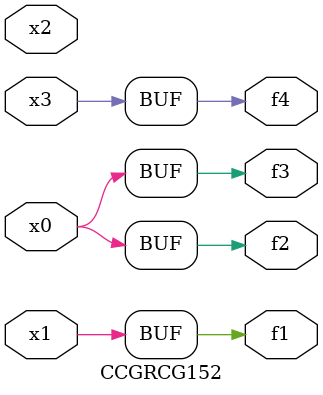
<source format=v>
module CCGRCG152(
	input x0, x1, x2, x3,
	output f1, f2, f3, f4
);
	assign f1 = x1;
	assign f2 = x0;
	assign f3 = x0;
	assign f4 = x3;
endmodule

</source>
